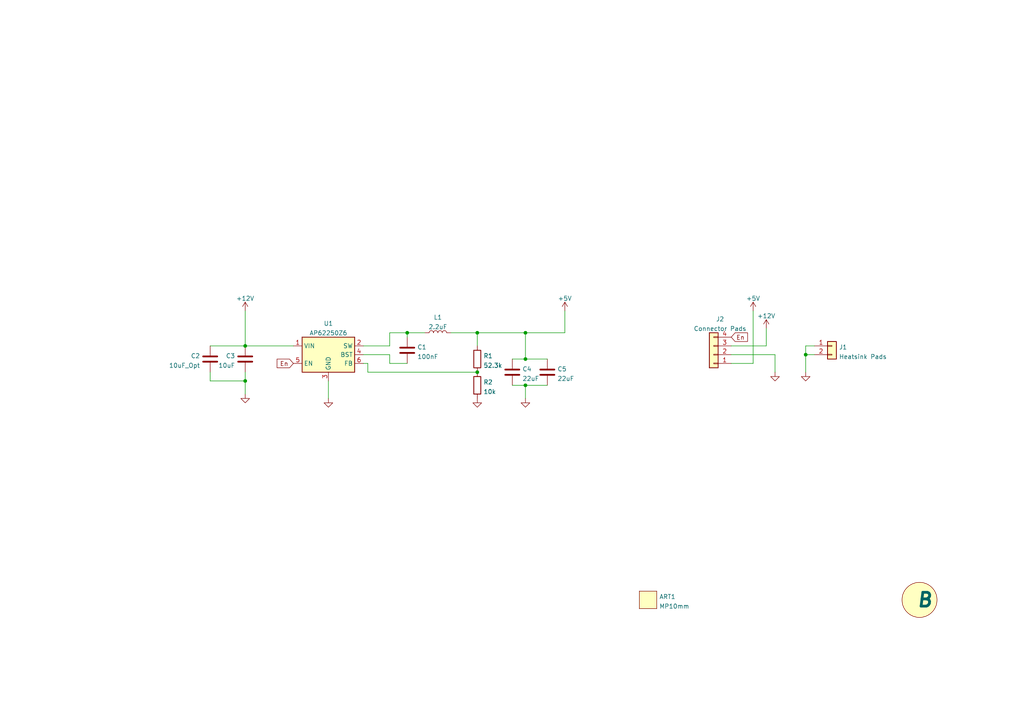
<source format=kicad_sch>
(kicad_sch (version 20211123) (generator eeschema)
  (paper "A4")
  (lib_symbols
    (symbol "Connector_Generic:Conn_01x02" (pin_names (offset 1.016) hide)
      (property "Reference" "J" (at 0 2.54 0))
      (property "Value" "Conn_01x02" (at 0 -5.08 0))
      (symbol "Conn_01x02_1_1"
        (rectangle (start -1.27 -2.413) (end 0 -2.667) (stroke (width 0.1524)))
        (rectangle (start -1.27 0.127) (end 0 -0.127) (stroke (width 0.1524)))
        (rectangle (start -1.27 1.27) (end 1.27 -3.81) (stroke (width 0.254)) (fill (type background)))
        (pin passive line (at -5.08 0 0) (length 3.81) (name "Pin_1") (number "1"))
        (pin passive line (at -5.08 -2.54 0) (length 3.81) (name "Pin_2") (number "2"))
      )
    )
    (symbol "Connector_Generic:Conn_01x04" (pin_names (offset 1.016) hide)
      (property "Reference" "J" (at 0 5.08 0))
      (property "Value" "Conn_01x04" (at 0 -7.62 0))
      (symbol "Conn_01x04_1_1"
        (rectangle (start -1.27 -4.953) (end 0 -5.207) (stroke (width 0.1524)))
        (rectangle (start -1.27 -2.413) (end 0 -2.667) (stroke (width 0.1524)))
        (rectangle (start -1.27 0.127) (end 0 -0.127) (stroke (width 0.1524)))
        (rectangle (start -1.27 2.667) (end 0 2.413) (stroke (width 0.1524)))
        (rectangle (start -1.27 3.81) (end 1.27 -6.35) (stroke (width 0.254)) (fill (type background)))
        (pin passive line (at -5.08 2.54 0) (length 3.81) (name "Pin_1") (number "1"))
        (pin passive line (at -5.08 0 0) (length 3.81) (name "Pin_2") (number "2"))
        (pin passive line (at -5.08 -2.54 0) (length 3.81) (name "Pin_3") (number "3"))
        (pin passive line (at -5.08 -5.08 0) (length 3.81) (name "Pin_4") (number "4"))
      )
    )
    (symbol "Device:C" (pin_numbers hide) (pin_names (offset 0.254))
      (property "Reference" "C" (at 0.635 2.54 0))
      (property "Value" "C" (at 0.635 -2.54 0))
      (symbol "C_0_1"
        (polyline (pts (xy -2.032 -0.762) (xy 2.032 -0.762)) (stroke (width 0.508)))
        (polyline (pts (xy -2.032 0.762) (xy 2.032 0.762)) (stroke (width 0.508)))
      )
      (symbol "C_1_1"
        (pin passive line (at 0 3.81 270) (length 2.794) (name "~") (number "1"))
        (pin passive line (at 0 -3.81 90) (length 2.794) (name "~") (number "2"))
      )
    )
    (symbol "Device:L" (pin_numbers hide) (pin_names (offset 1.016) hide)
      (property "Reference" "L" (at -1.27 0 90))
      (property "Value" "L" (at 1.905 0 90))
      (symbol "L_0_1"
        (arc (start 0 -2.54) (mid 0.635 -1.905) (end 0 -1.27))
        (arc (start 0 -1.27) (mid 0.635 -0.635) (end 0 0))
        (arc (start 0 0) (mid 0.635 0.635) (end 0 1.27))
        (arc (start 0 1.27) (mid 0.635 1.905) (end 0 2.54))
      )
      (symbol "L_1_1"
        (pin passive line (at 0 3.81 270) (length 1.27) (name "1") (number "1"))
        (pin passive line (at 0 -3.81 90) (length 1.27) (name "2") (number "2"))
      )
    )
    (symbol "Device:R" (pin_numbers hide) (pin_names (offset 0))
      (property "Reference" "R" (at 2.032 0 90))
      (property "Value" "R" (at 0 0 90))
      (symbol "R_0_1"
        (rectangle (start -1.016 -2.54) (end 1.016 2.54) (stroke (width 0.254)))
      )
      (symbol "R_1_1"
        (pin passive line (at 0 3.81 270) (length 1.27) (name "~") (number "1"))
        (pin passive line (at 0 -3.81 90) (length 1.27) (name "~") (number "2"))
      )
    )
    (symbol "MikeArtworkLib:MP10mm" (in_bom no)
      (property "Reference" "ART" (at 0 8.89 0))
      (property "Value" "MP10mm" (at 0 5.08 0))
      (symbol "MP10mm_0_1"
        (rectangle (start -2.54 2.54) (end 2.54 -2.54) (stroke (width 0.1524)) (fill (type background)))
      )
    )
    (symbol "MikeLib:RevisionSymbol" (pin_numbers hide) (pin_names (offset 0) hide) (in_bom no)
      (property "Value" "RevisionSymbol" (at 0 0 0))
      (symbol "RevisionSymbol_0_1"
        (circle (center 0 0) (radius 5.08) (stroke (width 0.1524)) (fill (type background)))
      )
    )
    (symbol "Regulator_Switching:AP62250Z6"
      (property "Reference" "U" (at -7.62 6.35 0))
      (property "Value" "AP62250Z6" (at 6.35 -6.35 0))
      (symbol "AP62250Z6_0_1"
        (rectangle (start -7.62 5.08) (end 7.62 -5.08) (stroke (width 0.254)) (fill (type background)))
      )
      (symbol "AP62250Z6_1_1"
        (pin power_in line (at -10.16 2.54 0) (length 2.54) (name "VIN") (number "1"))
        (pin output line (at 10.16 2.54 180) (length 2.54) (name "SW") (number "2"))
        (pin power_in line (at 0 -7.62 90) (length 2.54) (name "GND") (number "3"))
        (pin passive line (at 10.16 0 180) (length 2.54) (name "BST") (number "4"))
        (pin input line (at -10.16 -2.54 0) (length 2.54) (name "EN") (number "5"))
        (pin input line (at 10.16 -2.54 180) (length 2.54) (name "FB") (number "6"))
      )
    )
    (symbol "power:+12V" (power) (pin_names (offset 0))
      (property "Value" "+12V" (at 0 3.556 0))
      (symbol "+12V_0_1"
        (polyline (pts (xy -0.762 1.27) (xy 0 2.54)))
        (polyline (pts (xy 0 0) (xy 0 2.54)))
        (polyline (pts (xy 0 2.54) (xy 0.762 1.27)))
      )
      (symbol "+12V_1_1"
        (pin power_in line (at 0 0 90) (length 0) hide (name "+12V") (number "1"))
      )
    )
    (symbol "power:+5V" (power) (pin_names (offset 0))
      (property "Value" "+5V" (at 0 3.556 0))
      (symbol "+5V_0_1"
        (polyline (pts (xy -0.762 1.27) (xy 0 2.54)))
        (polyline (pts (xy 0 0) (xy 0 2.54)))
        (polyline (pts (xy 0 2.54) (xy 0.762 1.27)))
      )
      (symbol "+5V_1_1"
        (pin power_in line (at 0 0 90) (length 0) hide (name "+5V") (number "1"))
      )
    )
    (symbol "power:GND" (power) (pin_names (offset 0))
      (property "Value" "GND" (at 0 -3.81 0))
      (symbol "GND_0_1"
        (polyline (pts (xy 0 0) (xy 0 -1.27) (xy 1.27 -1.27) (xy 0 -2.54) (xy -1.27 -1.27) (xy 0 -1.27)))
      )
      (symbol "GND_1_1"
        (pin power_in line (at 0 0 270) (length 0) hide (name "GND") (number "1"))
      )
    )
  )
  (junction (at 152.4 111.76))
  (junction (at 152.4 104.14))
  (junction (at 138.43 107.95))
  (junction (at 152.4 96.52))
  (junction (at 71.12 110.49))
  (junction (at 138.43 96.52))
  (junction (at 233.68 102.87))
  (junction (at 118.11 96.52))
  (junction (at 71.12 100.33))
  (wire (pts (xy 118.11 96.52) (xy 123.19 96.52)))
  (wire (pts (xy 113.03 102.87) (xy 113.03 105.41)))
  (wire (pts (xy 113.03 105.41) (xy 118.11 105.41)))
  (wire (pts (xy 152.4 96.52) (xy 163.83 96.52)))
  (wire (pts (xy 163.83 96.52) (xy 163.83 90.17)))
  (wire (pts (xy 105.41 102.87) (xy 113.03 102.87)))
  (wire (pts (xy 71.12 110.49) (xy 71.12 114.3)))
  (wire (pts (xy 71.12 107.95) (xy 71.12 110.49)))
  (wire (pts (xy 148.59 111.76) (xy 152.4 111.76)))
  (wire (pts (xy 152.4 111.76) (xy 158.75 111.76)))
  (wire (pts (xy 152.4 96.52) (xy 152.4 104.14)))
  (wire (pts (xy 138.43 96.52) (xy 152.4 96.52)))
  (wire (pts (xy 105.41 100.33) (xy 113.03 100.33)))
  (wire (pts (xy 113.03 100.33) (xy 113.03 96.52)))
  (wire (pts (xy 71.12 100.33) (xy 85.09 100.33)))
  (wire (pts (xy 71.12 90.17) (xy 71.12 100.33)))
  (wire (pts (xy 212.09 102.87) (xy 224.79 102.87)))
  (wire (pts (xy 224.79 102.87) (xy 224.79 107.95)))
  (wire (pts (xy 60.96 107.95) (xy 60.96 110.49)))
  (wire (pts (xy 60.96 110.49) (xy 71.12 110.49)))
  (wire (pts (xy 233.68 102.87) (xy 233.68 107.95)))
  (wire (pts (xy 233.68 100.33) (xy 233.68 102.87)))
  (wire (pts (xy 236.22 100.33) (xy 233.68 100.33)))
  (wire (pts (xy 95.25 110.49) (xy 95.25 115.57)))
  (wire (pts (xy 233.68 102.87) (xy 236.22 102.87)))
  (wire (pts (xy 105.41 105.41) (xy 106.68 105.41)))
  (wire (pts (xy 106.68 107.95) (xy 138.43 107.95)))
  (wire (pts (xy 106.68 105.41) (xy 106.68 107.95)))
  (wire (pts (xy 218.44 105.41) (xy 212.09 105.41)))
  (wire (pts (xy 218.44 90.17) (xy 218.44 105.41)))
  (wire (pts (xy 60.96 100.33) (xy 71.12 100.33)))
  (wire (pts (xy 113.03 96.52) (xy 118.11 96.52)))
  (wire (pts (xy 118.11 96.52) (xy 118.11 97.79)))
  (wire (pts (xy 152.4 104.14) (xy 158.75 104.14)))
  (wire (pts (xy 148.59 104.14) (xy 152.4 104.14)))
  (wire (pts (xy 130.81 96.52) (xy 138.43 96.52)))
  (wire (pts (xy 138.43 96.52) (xy 138.43 100.33)))
  (wire (pts (xy 222.25 95.25) (xy 222.25 100.33)))
  (wire (pts (xy 222.25 100.33) (xy 212.09 100.33)))
  (wire (pts (xy 152.4 111.76) (xy 152.4 115.57)))
  (global_label "En" (shape input) (at 212.09 97.79 0) (property "Intersheet References" "${INTERSHEET_REFS}" (effects hide)))
  (global_label "En" (shape input) (at 85.09 105.41 180) (property "Intersheet References" "${INTERSHEET_REFS}" (effects hide)))
  (symbol (lib_id "Device:C") (at 71.12 104.14 0) (unit 1)
    (property "Reference" "C3" (at 68.1991 103.2315 0) (effects (justify right)))
    (property "Value" "10uF" (at 68.1991 106.0066 0) (effects (justify right)))
    (property "Footprint" "Capacitor_SMD:C_0805_2012Metric" (effects hide))
  )
  (symbol (lib_id "power:GND") (at 233.68 107.95 0) (unit 1)
    (property "Reference" "#PWR06" (effects hide))
    (property "Value" "GND" (effects hide))
  )
  (symbol (lib_id "Device:C") (at 148.59 107.95 0) (unit 1)
    (property "Reference" "C4" (at 151.511 107.0415 0) (effects (justify left)))
    (property "Value" "22uF" (at 151.511 109.8166 0) (effects (justify left)))
    (property "Footprint" "Capacitor_SMD:C_1206_3216Metric" (effects hide))
  )
  (symbol (lib_id "Regulator_Switching:AP62250Z6") (at 95.25 102.87 0) (unit 1)
    (property "Reference" "U1" (at 95.25 93.8234 0))
    (property "Value" "AP62250Z6" (at 95.25 96.5985 0))
    (property "Footprint" "Package_TO_SOT_SMD:SOT-563" (effects hide))
    (property "Datasheet" "https://www.diodes.com/assets/Datasheets/AP62250.pdf" (effects hide))
  )
  (symbol (lib_id "power:+5V") (at 218.44 90.17 0) (unit 1)
    (property "Reference" "#PWR01" (effects hide))
    (property "Value" "+5V" (at 218.44 86.5655 0))
  )
  (symbol (lib_id "power:GND") (at 152.4 115.57 0) (unit 1)
    (property "Reference" "#PWR010" (effects hide))
    (property "Value" "GND" (effects hide))
  )
  (symbol (lib_id "power:+5V") (at 163.83 90.17 0) (unit 1)
    (property "Reference" "#PWR03" (effects hide))
    (property "Value" "+5V" (at 163.83 86.5655 0))
  )
  (symbol (lib_id "Device:R") (at 138.43 104.14 0) (unit 1)
    (property "Reference" "R1" (at 140.208 103.2315 0) (effects (justify left)))
    (property "Value" "52.3k" (at 140.208 106.0066 0) (effects (justify left)))
    (property "Footprint" "Capacitor_SMD:C_0603_1608Metric" (effects hide))
  )
  (symbol (lib_id "Connector_Generic:Conn_01x02") (at 241.3 100.33 0) (unit 1) (in_bom no)
    (property "Reference" "J1" (at 243.3319 100.6915 0) (effects (justify left)))
    (property "Value" "Heatsink Pads" (at 243.3319 103.4666 0) (effects (justify left)))
    (property "Footprint" "MikeConnectorFootprints:Castellated_1x2_2.54mm" (effects hide))
  )
  (symbol (lib_id "power:GND") (at 71.12 114.3 0) (unit 1)
    (property "Reference" "#PWR07" (effects hide))
    (property "Value" "GND" (effects hide))
  )
  (symbol (lib_id "Device:C") (at 60.96 104.14 0) (unit 1) (in_bom no)
    (property "Reference" "C2" (at 58.0391 103.2315 0) (effects (justify right)))
    (property "Value" "10uF_Opt" (at 58.0391 106.0066 0) (effects (justify right)))
    (property "Footprint" "Capacitor_SMD:C_0805_2012Metric" (effects hide))
  )
  (symbol (lib_id "power:GND") (at 138.43 115.57 0) (unit 1)
    (property "Reference" "#PWR09" (effects hide))
    (property "Value" "GND" (effects hide))
  )
  (symbol (lib_id "power:+12V") (at 222.25 95.25 0) (unit 1)
    (property "Reference" "#PWR04" (effects hide))
    (property "Value" "+12V" (at 222.25 91.6455 0))
  )
  (symbol (lib_id "Device:C") (at 118.11 101.6 0) (unit 1)
    (property "Reference" "C1" (at 121.031 100.6915 0) (effects (justify left)))
    (property "Value" "100nF" (at 121.031 103.4666 0) (effects (justify left)))
    (property "Footprint" "Capacitor_SMD:C_0603_1608Metric" (effects hide))
  )
  (symbol (lib_id "Device:C") (at 158.75 107.95 0) (unit 1)
    (property "Reference" "C5" (at 161.671 107.0415 0) (effects (justify left)))
    (property "Value" "22uF" (at 161.671 109.8166 0) (effects (justify left)))
    (property "Footprint" "Capacitor_SMD:C_1206_3216Metric" (effects hide))
  )
  (symbol (lib_id "MikeLib:RevisionSymbol") (at 266.7 173.99 0) (unit 1) (in_bom no)
    (property "Reference" "MISC1" (effects hide))
    (property "Value" "B" (at 265.43 173.99 0) (effects (font (size 4 4) bold italic) (justify left)))
    (property "Footprint" "MikeFootprintLib:RevisionSymbol_Small" (effects hide))
  )
  (symbol (lib_id "power:+12V") (at 71.12 90.17 0) (unit 1)
    (property "Reference" "#PWR02" (effects hide))
    (property "Value" "+12V" (at 71.12 86.5655 0))
  )
  (symbol (lib_id "MikeArtworkLib:MP10mm") (at 187.96 173.99 0) (unit 1) (in_bom no)
    (property "Reference" "ART1" (at 191.2112 173.0815 0) (effects (justify left)))
    (property "Value" "MP10mm" (at 191.2112 175.8566 0) (effects (justify left)))
    (property "Footprint" "MikeArtworkLib:MPSquare_10mm" (effects hide))
  )
  (symbol (lib_id "Device:L") (at 127 96.52 90) (unit 1)
    (property "Reference" "L1" (at 127 92.0454 90))
    (property "Value" "2.2uF" (at 127 94.8205 90))
    (property "Footprint" "MikeFootprintLib:L_Inductor_tdk_VLS5045EX" (effects hide))
  )
  (symbol (lib_id "power:GND") (at 95.25 115.57 0) (unit 1)
    (property "Reference" "#PWR08" (effects hide))
    (property "Value" "GND" (effects hide))
  )
  (symbol (lib_id "power:GND") (at 224.79 107.95 0) (unit 1)
    (property "Reference" "#PWR05" (effects hide))
    (property "Value" "GND" (effects hide))
  )
  (symbol (lib_id "Device:R") (at 138.43 111.76 0) (unit 1)
    (property "Reference" "R2" (at 140.208 110.8515 0) (effects (justify left)))
    (property "Value" "10k" (at 140.208 113.6266 0) (effects (justify left)))
    (property "Footprint" "Capacitor_SMD:C_0603_1608Metric" (effects hide))
  )
  (symbol (lib_id "Connector_Generic:Conn_01x04") (at 207.01 102.87 180) (unit 1) (in_bom no)
    (property "Reference" "J2" (at 208.8515 92.5535 0))
    (property "Value" "Connector Pads" (at 208.8515 95.3286 0))
    (property "Footprint" "MikeConnectorFootprints:Castellated_2x4_2.54mm" (effects hide))
  )
)
</source>
